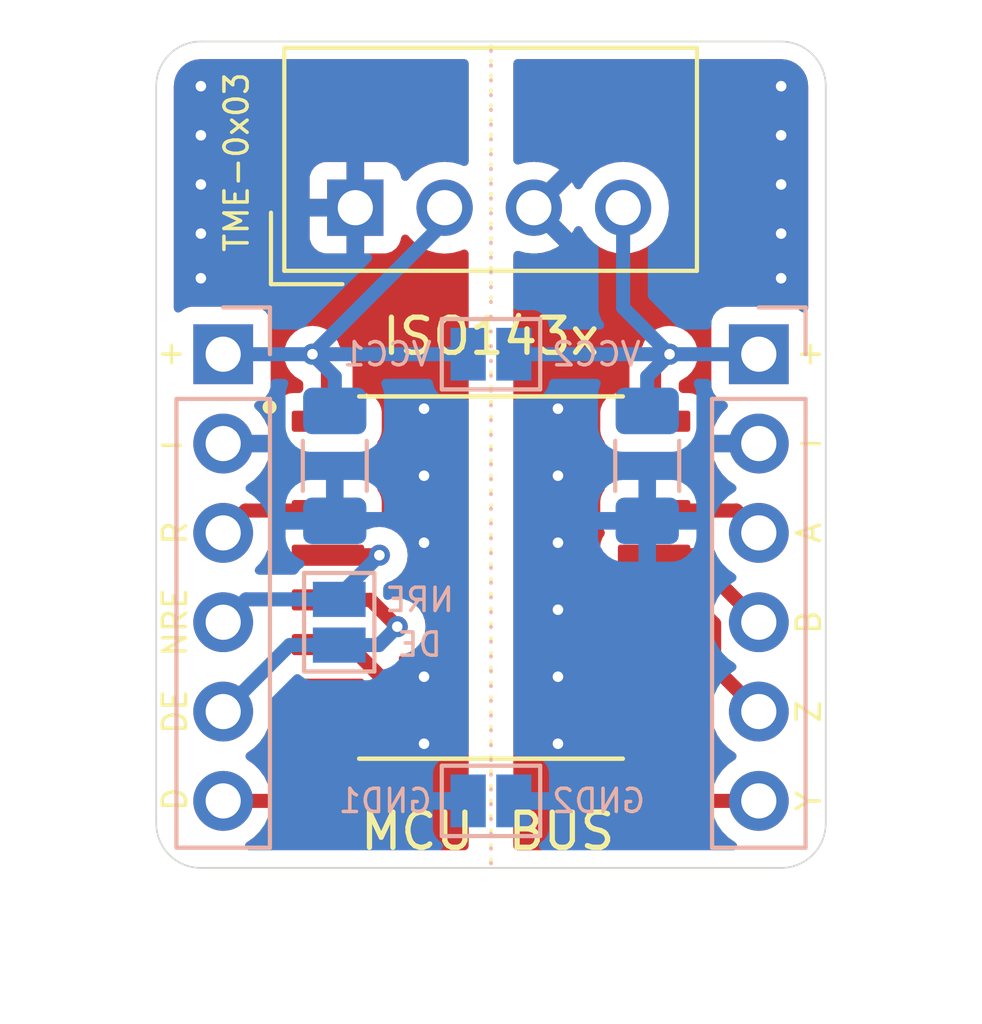
<source format=kicad_pcb>
(kicad_pcb (version 20240108) (generator "pcbnew") (generator_version "8.0")
  (layers (0 "F.Cu" signal) (31 "B.Cu" signal) (34 "B.Paste" user) (35 "F.Paste" user) (36 "B.SilkS" user "B.Silkscreen") (37 "F.SilkS" user "F.Silkscreen") (38 "B.Mask" user) (39 "F.Mask" user) (44 "Edge.Cuts" user))
  (net 0 "")
  (net 1 "VCC2")
  (net 2 "GND2")
  (net 3 "VCC")
  (net 4 "GND1")
  (net 5 "DE")
  (net 6 "A")
  (net 7 "B")
  (net 8 "D")
  (net 9 "Y")
  (net 10 "Z")
  (net 11 "NRE")
  (net 12 "R")
  (footprint "ISO1432:SOIC127P1030X265-16N" (layer "F.Cu") (at 83.82 57.15)
    (property "Reference" "U1" (hide yes))
    (property "Value" "ISO1432BDW")
    (fp_line (start -3.75 -5.15) (end 3.75 -5.15) (stroke (width 0.127)) (layer "F.SilkS"))
    (fp_line (start -3.75 5.15) (end 3.75 5.15) (stroke (width 0.127)) (layer "F.SilkS"))
    (fp_circle (center -6.3 -4.845) (end -6.2 -4.845) (stroke (width 0.2)) (fill none) (layer "F.SilkS"))
    (pad "1" smd roundrect (at -4.64 -4.445) (size 2.06 0.6) (layers "F.Cu" "F.Paste" "F.Mask") (roundrect_rratio 0.125) (net 3 "VCC"))
    (pad "2" smd roundrect (at -4.64 -3.175) (size 2.06 0.6) (layers "F.Cu" "F.Paste" "F.Mask") (roundrect_rratio 0.125) (net 4 "GND1"))
    (pad "3" smd roundrect (at -4.64 -1.905) (size 2.06 0.6) (layers "F.Cu" "F.Paste" "F.Mask") (roundrect_rratio 0.125) (net 12 "R"))
    (pad "4" smd roundrect (at -4.64 -0.635) (size 2.06 0.6) (layers "F.Cu" "F.Paste" "F.Mask") (roundrect_rratio 0.125) (net 11 "NRE"))
    (pad "5" smd roundrect (at -4.64 0.635) (size 2.06 0.6) (layers "F.Cu" "F.Paste" "F.Mask") (roundrect_rratio 0.125) (net 5 "DE"))
    (pad "6" smd roundrect (at -4.64 1.905) (size 2.06 0.6) (layers "F.Cu" "F.Paste" "F.Mask") (roundrect_rratio 0.125) (net 8 "D"))
    (pad "7" smd roundrect (at -4.64 3.175) (size 2.06 0.6) (layers "F.Cu" "F.Paste" "F.Mask") (roundrect_rratio 0.125))
    (pad "8" smd roundrect (at -4.64 4.445) (size 2.06 0.6) (layers "F.Cu" "F.Paste" "F.Mask") (roundrect_rratio 0.125) (net 4 "GND1"))
    (pad "9" smd roundrect (at 4.64 4.445) (size 2.06 0.6) (layers "F.Cu" "F.Paste" "F.Mask") (roundrect_rratio 0.125) (net 2 "GND2"))
    (pad "10" smd roundrect (at 4.64 3.175) (size 2.06 0.6) (layers "F.Cu" "F.Paste" "F.Mask") (roundrect_rratio 0.125))
    (pad "11" smd roundrect (at 4.64 1.905) (size 2.06 0.6) (layers "F.Cu" "F.Paste" "F.Mask") (roundrect_rratio 0.125) (net 9 "Y"))
    (pad "12" smd roundrect (at 4.64 0.635) (size 2.06 0.6) (layers "F.Cu" "F.Paste" "F.Mask") (roundrect_rratio 0.125) (net 10 "Z"))
    (pad "13" smd roundrect (at 4.64 -0.635) (size 2.06 0.6) (layers "F.Cu" "F.Paste" "F.Mask") (roundrect_rratio 0.125) (net 7 "B"))
    (pad "14" smd roundrect (at 4.64 -1.905) (size 2.06 0.6) (layers "F.Cu" "F.Paste" "F.Mask") (roundrect_rratio 0.125) (net 6 "A"))
    (pad "15" smd roundrect (at 4.64 -3.175) (size 2.06 0.6) (layers "F.Cu" "F.Paste" "F.Mask") (roundrect_rratio 0.125) (net 2 "GND2"))
    (pad "16" smd roundrect (at 4.64 -4.445) (size 2.06 0.6) (layers "F.Cu" "F.Paste" "F.Mask") (roundrect_rratio 0.125) (net 1 "VCC2"))
  )
  (footprint "Converter_DCDC:Converter_DCDC_TRACO_TME_03xxS_05xxS_12xxS_Single_THT" (layer "F.Cu") (at 79.9592 46.6344 90)
    (property "Reference" "U2" (hide yes))
    (property "Value" "TME-0305S")
    (fp_line (start -2.175 -2.4) (end -0.141667 -2.4) (stroke (width 0.12)) (layer "F.SilkS"))
    (fp_line (start 4.545 -2.02) (end 4.545 9.72) (stroke (width 0.12)) (layer "F.SilkS"))
    (fp_line (start -1.795 -2.02) (end 4.545 -2.02) (stroke (width 0.12)) (layer "F.SilkS"))
    (fp_line (start -1.795 -2.02) (end -1.795 9.72) (stroke (width 0.12)) (layer "F.SilkS"))
    (fp_line (start -2.175 -0.366667) (end -2.175 -2.4) (stroke (width 0.12)) (layer "F.SilkS"))
    (fp_line (start -1.795 9.72) (end 4.545 9.72) (stroke (width 0.12)) (layer "F.SilkS"))
    (pad "1" thru_hole rect (at 0 0 90) (size 1.6 1.6) (drill 1) (layers "*.Cu" "*.Mask") (net 4 "GND1"))
    (pad "2" thru_hole circle (at 0 2.54 90) (size 1.6 1.6) (drill 1) (layers "*.Cu" "*.Mask") (net 3 "VCC"))
    (pad "3" thru_hole circle (at 0 5.08 90) (size 1.6 1.6) (drill 1) (layers "*.Cu" "*.Mask") (net 2 "GND2"))
    (pad "4" thru_hole circle (at 0 7.62 90) (size 1.6 1.6) (drill 1) (layers "*.Cu" "*.Mask") (net 1 "VCC2"))
  )
  (footprint "Jumper:SolderJumper-2_P1.3mm_Open_Pad1.0x1.5mm" (layer "B.Cu") (at 79.502 58.42 -90)
    (property "Reference" "JP1" (hide yes))
    (property "Value" "Jumper_2_Open")
    (fp_line (start -1.4 1) (end -1.4 -1) (stroke (width 0.12)) (layer "B.SilkS"))
    (fp_line (start 1.4 1) (end -1.4 1) (stroke (width 0.12)) (layer "B.SilkS"))
    (fp_line (start -1.4 -1) (end 1.4 -1) (stroke (width 0.12)) (layer "B.SilkS"))
    (fp_line (start 1.4 -1) (end 1.4 1) (stroke (width 0.12)) (layer "B.SilkS"))
    (pad "1" smd rect (at -0.65 0 270) (size 1 1.5) (layers "B.Cu" "B.Mask") (net 11 "NRE"))
    (pad "2" smd rect (at 0.65 0 270) (size 1 1.5) (layers "B.Cu" "B.Mask") (net 5 "DE"))
  )
  (footprint "Capacitor_SMD:C_1206_3216Metric_Pad1.33x1.80mm_HandSolder" (layer "B.Cu") (at 79.375 53.975 -90)
    (property "Reference" "C2" (hide yes))
    (property "Value" "0.1uF")
    (fp_line (start 0.711252 0.91) (end -0.711252 0.91) (stroke (width 0.12)) (layer "B.SilkS"))
    (fp_line (start 0.711252 -0.91) (end -0.711252 -0.91) (stroke (width 0.12)) (layer "B.SilkS"))
    (pad "1" smd roundrect (at -1.5625 0 270) (size 1.325 1.8) (layers "B.Cu" "B.Paste" "B.Mask") (roundrect_rratio 0.188679) (net 3 "VCC"))
    (pad "2" smd roundrect (at 1.5625 0 270) (size 1.325 1.8) (layers "B.Cu" "B.Paste" "B.Mask") (roundrect_rratio 0.188679) (net 4 "GND1"))
  )
  (footprint "Jumper:SolderJumper-2_P1.3mm_Open_Pad1.0x1.5mm" (layer "B.Cu") (at 83.82 50.8)
    (property "Reference" "JP2" (hide yes))
    (property "Value" "Jumper_2_Open")
    (fp_line (start -1.4 -1) (end 1.4 -1) (stroke (width 0.12)) (layer "B.SilkS"))
    (fp_line (start -1.4 1) (end -1.4 -1) (stroke (width 0.12)) (layer "B.SilkS"))
    (fp_line (start 1.4 -1) (end 1.4 1) (stroke (width 0.12)) (layer "B.SilkS"))
    (fp_line (start 1.4 1) (end -1.4 1) (stroke (width 0.12)) (layer "B.SilkS"))
    (pad "1" smd rect (at -0.65 0) (size 1 1.5) (layers "B.Cu" "B.Mask") (net 3 "VCC"))
    (pad "2" smd rect (at 0.65 0) (size 1 1.5) (layers "B.Cu" "B.Mask") (net 1 "VCC2"))
  )
  (footprint "Connector_PinHeader_2.54mm:PinHeader_1x06_P2.54mm_Vertical" (layer "B.Cu") (at 76.2 50.8 180)
    (property "Reference" "J1" (hide yes))
    (property "Value" "Conn_01x06")
    (fp_line (start 1.33 -1.27) (end -1.33 -1.27) (stroke (width 0.12)) (layer "B.SilkS"))
    (fp_line (start 1.33 -14.03) (end 1.33 -1.27) (stroke (width 0.12)) (layer "B.SilkS"))
    (fp_line (start 1.33 -14.03) (end -1.33 -14.03) (stroke (width 0.12)) (layer "B.SilkS"))
    (fp_line (start 0 1.33) (end -1.33 1.33) (stroke (width 0.12)) (layer "B.SilkS"))
    (fp_line (start -1.33 1.33) (end -1.33 0) (stroke (width 0.12)) (layer "B.SilkS"))
    (fp_line (start -1.33 -14.03) (end -1.33 -1.27) (stroke (width 0.12)) (layer "B.SilkS"))
    (pad "1" thru_hole rect (at 0 0 180) (size 1.7 1.7) (drill 1) (layers "*.Cu" "*.Mask") (net 3 "VCC"))
    (pad "2" thru_hole oval (at 0 -2.54 180) (size 1.7 1.7) (drill 1) (layers "*.Cu" "*.Mask") (net 4 "GND1"))
    (pad "3" thru_hole oval (at 0 -5.08 180) (size 1.7 1.7) (drill 1) (layers "*.Cu" "*.Mask") (net 12 "R"))
    (pad "4" thru_hole oval (at 0 -7.62 180) (size 1.7 1.7) (drill 1) (layers "*.Cu" "*.Mask") (net 11 "NRE"))
    (pad "5" thru_hole oval (at 0 -10.16 180) (size 1.7 1.7) (drill 1) (layers "*.Cu" "*.Mask") (net 5 "DE"))
    (pad "6" thru_hole oval (at 0 -12.7 180) (size 1.7 1.7) (drill 1) (layers "*.Cu" "*.Mask") (net 8 "D"))
  )
  (footprint "Capacitor_SMD:C_1206_3216Metric_Pad1.33x1.80mm_HandSolder" (layer "B.Cu") (at 88.265 53.975 -90)
    (property "Reference" "C1" (hide yes))
    (property "Value" "0.1uF")
    (fp_line (start 0.711252 0.91) (end -0.711252 0.91) (stroke (width 0.12)) (layer "B.SilkS"))
    (fp_line (start 0.711252 -0.91) (end -0.711252 -0.91) (stroke (width 0.12)) (layer "B.SilkS"))
    (pad "1" smd roundrect (at -1.5625 0 270) (size 1.325 1.8) (layers "B.Cu" "B.Paste" "B.Mask") (roundrect_rratio 0.188679) (net 1 "VCC2"))
    (pad "2" smd roundrect (at 1.5625 0 270) (size 1.325 1.8) (layers "B.Cu" "B.Paste" "B.Mask") (roundrect_rratio 0.188679) (net 2 "GND2"))
  )
  (footprint "Connector_PinHeader_2.54mm:PinHeader_1x06_P2.54mm_Vertical" (layer "B.Cu") (at 91.44 50.8 180)
    (property "Reference" "J2" (hide yes))
    (property "Value" "Conn_01x06")
    (fp_line (start 1.33 -1.27) (end -1.33 -1.27) (stroke (width 0.12)) (layer "B.SilkS"))
    (fp_line (start 1.33 -14.03) (end 1.33 -1.27) (stroke (width 0.12)) (layer "B.SilkS"))
    (fp_line (start 1.33 -14.03) (end -1.33 -14.03) (stroke (width 0.12)) (layer "B.SilkS"))
    (fp_line (start 0 1.33) (end -1.33 1.33) (stroke (width 0.12)) (layer "B.SilkS"))
    (fp_line (start -1.33 1.33) (end -1.33 0) (stroke (width 0.12)) (layer "B.SilkS"))
    (fp_line (start -1.33 -14.03) (end -1.33 -1.27) (stroke (width 0.12)) (layer "B.SilkS"))
    (pad "1" thru_hole rect (at 0 0 180) (size 1.7 1.7) (drill 1) (layers "*.Cu" "*.Mask") (net 1 "VCC2"))
    (pad "2" thru_hole oval (at 0 -2.54 180) (size 1.7 1.7) (drill 1) (layers "*.Cu" "*.Mask") (net 2 "GND2"))
    (pad "3" thru_hole oval (at 0 -5.08 180) (size 1.7 1.7) (drill 1) (layers "*.Cu" "*.Mask") (net 6 "A"))
    (pad "4" thru_hole oval (at 0 -7.62 180) (size 1.7 1.7) (drill 1) (layers "*.Cu" "*.Mask") (net 7 "B"))
    (pad "5" thru_hole oval (at 0 -10.16 180) (size 1.7 1.7) (drill 1) (layers "*.Cu" "*.Mask") (net 10 "Z"))
    (pad "6" thru_hole oval (at 0 -12.7 180) (size 1.7 1.7) (drill 1) (layers "*.Cu" "*.Mask") (net 9 "Y"))
  )
  (footprint "Jumper:SolderJumper-2_P1.3mm_Open_Pad1.0x1.5mm" (layer "B.Cu") (at 83.82 63.5)
    (property "Reference" "JP3" (hide yes))
    (property "Value" "Jumper_2_Open")
    (fp_line (start -1.4 -1) (end 1.4 -1) (stroke (width 0.12)) (layer "B.SilkS"))
    (fp_line (start -1.4 1) (end -1.4 -1) (stroke (width 0.12)) (layer "B.SilkS"))
    (fp_line (start 1.4 -1) (end 1.4 1) (stroke (width 0.12)) (layer "B.SilkS"))
    (fp_line (start 1.4 1) (end -1.4 1) (stroke (width 0.12)) (layer "B.SilkS"))
    (pad "1" smd rect (at -0.65 0) (size 1 1.5) (layers "B.Cu" "B.Mask") (net 4 "GND1"))
    (pad "2" smd rect (at 0.65 0) (size 1 1.5) (layers "B.Cu" "B.Mask") (net 2 "GND2"))
  )
  (gr_line (start 83.82 42.164) (end 83.82 65.3796) (stroke (width 0.1) (type dot)) (layer "B.SilkS"))
  (gr_line (start 83.82 42.037) (end 83.82 49.403) (stroke (width 0.1) (type dot)) (layer "F.SilkS"))
  (gr_line (start 83.82 51.308) (end 83.82 65.278) (stroke (width 0.1) (type dot)) (layer "F.SilkS"))
  (gr_arc (start 74.295 43.18) (mid 74.666974 42.281974) (end 75.565 41.91) (stroke (width 0.05)) (layer "Edge.Cuts"))
  (gr_arc (start 93.345 64.135) (mid 92.973026 65.033026) (end 92.075 65.405) (stroke (width 0.05)) (layer "Edge.Cuts"))
  (gr_arc (start 92.075 41.91) (mid 92.973026 42.281974) (end 93.345 43.18) (stroke (width 0.05)) (layer "Edge.Cuts"))
  (gr_line (start 92.075 65.405) (end 75.565 65.405) (stroke (width 0.05)) (layer "Edge.Cuts"))
  (gr_line (start 93.345 43.18) (end 93.345 64.135) (stroke (width 0.05)) (layer "Edge.Cuts"))
  (gr_arc (start 75.565 65.405) (mid 74.666974 65.033026) (end 74.295 64.135) (stroke (width 0.05)) (layer "Edge.Cuts"))
  (gr_line (start 74.295 64.135) (end 74.295 43.18) (stroke (width 0.05)) (layer "Edge.Cuts"))
  (gr_line (start 75.565 41.91) (end 92.075 41.91) (stroke (width 0.05)) (layer "Edge.Cuts"))
  (gr_text "DE" (at 81.788 59.055 0) (layer "B.SilkS") (effects (font (size 0.66 0.66) (thickness 0.1)) (justify mirror)))
  (gr_text "GND2" (at 85.4964 63.5 0) (layer "B.SilkS") (effects (font (size 0.66 0.66) (thickness 0.1)) (justify right mirror)))
  (gr_text "VCC1" (at 82.1944 50.8 0) (layer "B.SilkS") (effects (font (size 0.66 0.66) (thickness 0.1)) (justify left mirror)))
  (gr_text "GND1" (at 82.1944 63.5 0) (layer "B.SilkS") (effects (font (size 0.66 0.66) (thickness 0.1)) (justify left mirror)))
  (gr_text "VCC2" (at 85.4964 50.8 0) (layer "B.SilkS") (effects (font (size 0.66 0.66) (thickness 0.1)) (justify right mirror)))
  (gr_text "NRE" (at 81.788 57.785 0) (layer "B.SilkS") (effects (font (size 0.66 0.66) (thickness 0.1)) (justify mirror)))
  (gr_text "ISO143x" (at 83.82 50.292 0) (layer "F.SilkS") (effects (font (size 1 1))))
  (gr_text "NRE" (at 74.8284 58.42 90) (layer "F.SilkS") (effects (font (size 0.66 0.66) (thickness 0.1))))
  (gr_text "Z" (at 92.8624 60.96 90) (layer "F.SilkS") (effects (font (size 0.66 0.66) (thickness 0.1))))
  (gr_text "A" (at 92.8624 55.88 90) (layer "F.SilkS") (effects (font (size 0.66 0.66) (thickness 0.1))))
  (gr_text "DE" (at 74.8284 60.96 90) (layer "F.SilkS") (effects (font (size 0.66 0.66) (thickness 0.1))))
  (gr_text "Y" (at 92.8624 63.5 90) (layer "F.SilkS") (effects (font (size 0.66 0.66) (thickness 0.1))))
  (gr_text "BUS" (at 84.2264 64.3636 0) (layer "F.SilkS") (effects (font (size 1 1)) (justify left)))
  (gr_text "TME-0x03" (at 76.581 45.339 90) (layer "F.SilkS") (effects (font (size 0.66 0.66) (thickness 0.1))))
  (gr_text "R" (at 74.8284 55.88 90) (layer "F.SilkS") (effects (font (size 0.66 0.66) (thickness 0.1))))
  (gr_text "+" (at 74.7268 50.7492 0) (layer "F.SilkS") (effects (font (size 0.66 0.66) (thickness 0.1))))
  (gr_text "-" (at 92.9132 53.3908 180) (layer "F.SilkS") (effects (font (size 0.66 0.66) (thickness 0.1))))
  (gr_text "+" (at 92.8624 50.8 90) (layer "F.SilkS") (effects (font (size 0.66 0.66) (thickness 0.1))))
  (gr_text "B" (at 92.8624 58.42 90) (layer "F.SilkS") (effects (font (size 0.66 0.66) (thickness 0.1))))
  (gr_text "D" (at 74.8284 63.4492 90) (layer "F.SilkS") (effects (font (size 0.66 0.66) (thickness 0.1))))
  (gr_text "MCU" (at 83.4136 64.3636 0) (layer "F.SilkS") (effects (font (size 1 1)) (justify right)))
  (gr_text "-" (at 74.7268 53.34 0) (layer "F.SilkS") (effects (font (size 0.66 0.66) (thickness 0.1))))
  (segment (start 88.9 50.8) (end 88.46 51.24) (width 0.4) (layer "F.Cu") (net 1))
  (segment (start 88.46 51.24) (end 88.46 52.705) (width 0.4) (layer "F.Cu") (net 1))
  (via (at 88.9 50.8) (size 0.6) (drill 0.3) (layers "F.Cu" "B.Cu") (net 1))
  (segment (start 87.5792 49.4792) (end 87.5792 46.6344) (width 0.4) (layer "B.Cu") (net 1))
  (segment (start 84.47 50.8) (end 88.9 50.8) (width 0.4) (layer "B.Cu") (net 1))
  (segment (start 88.265 51.435) (end 88.9 50.8) (width 0.4) (layer "B.Cu") (net 1))
  (segment (start 88.265 52.324) (end 88.265 51.435) (width 0.4) (layer "B.Cu") (net 1))
  (segment (start 88.9 50.8) (end 91.44 50.8) (width 0.4) (layer "B.Cu") (net 1))
  (segment (start 88.9 50.8) (end 87.5792 49.4792) (width 0.4) (layer "B.Cu") (net 1))
  (via (at 85.725 61.8744) (size 0.7) (drill 0.3) (layers "F.Cu" "B.Cu") (net 2))
  (via (at 92.075 44.577) (size 0.7) (drill 0.3) (layers "F.Cu" "B.Cu") (net 2))
  (via (at 85.725 59.9694) (size 0.7) (drill 0.3) (layers "F.Cu" "B.Cu") (net 2))
  (via (at 92.075 48.641) (size 0.7) (drill 0.3) (layers "F.Cu" "B.Cu") (net 2))
  (via (at 85.725 58.0644) (size 0.7) (drill 0.3) (layers "F.Cu" "B.Cu") (net 2))
  (via (at 85.725 56.1594) (size 0.7) (drill 0.3) (layers "F.Cu" "B.Cu") (net 2))
  (via (at 92.075 45.974) (size 0.7) (drill 0.3) (layers "F.Cu" "B.Cu") (net 2))
  (via (at 92.075 47.371) (size 0.7) (drill 0.3) (layers "F.Cu" "B.Cu") (net 2))
  (via (at 85.725 54.2544) (size 0.7) (drill 0.3) (layers "F.Cu" "B.Cu") (net 2))
  (via (at 85.725 52.3494) (size 0.7) (drill 0.3) (layers "F.Cu" "B.Cu") (net 2))
  (via (at 92.075 43.18) (size 0.7) (drill 0.3) (layers "F.Cu" "B.Cu") (net 2))
  (segment (start 79.18 51.24) (end 79.18 52.705) (width 0.4) (layer "F.Cu") (net 3))
  (segment (start 78.74 50.8) (end 79.18 51.24) (width 0.4) (layer "F.Cu") (net 3))
  (via (at 78.74 50.8) (size 0.6) (drill 0.3) (layers "F.Cu" "B.Cu") (net 3))
  (segment (start 82.4992 47.0408) (end 82.4992 46.6344) (width 0.4) (layer "B.Cu") (net 3))
  (segment (start 78.74 50.8) (end 82.4992 47.0408) (width 0.4) (layer "B.Cu") (net 3))
  (segment (start 83.17 50.8) (end 78.74 50.8) (width 0.4) (layer "B.Cu") (net 3))
  (segment (start 79.375 52.324) (end 79.375 51.435) (width 0.4) (layer "B.Cu") (net 3))
  (segment (start 78.74 50.8) (end 76.2 50.8) (width 0.4) (layer "B.Cu") (net 3))
  (segment (start 79.375 51.435) (end 78.74 50.8) (width 0.4) (layer "B.Cu") (net 3))
  (via (at 81.915 59.9694) (size 0.7) (drill 0.3) (layers "F.Cu" "B.Cu") (net 4))
  (via (at 81.915 54.2544) (size 0.7) (drill 0.3) (layers "F.Cu" "B.Cu") (net 4))
  (via (at 81.915 52.3494) (size 0.7) (drill 0.3) (layers "F.Cu" "B.Cu") (net 4))
  (via (at 81.915 56.1594) (size 0.7) (drill 0.3) (layers "F.Cu" "B.Cu") (net 4))
  (via (at 75.565 47.371) (size 0.7) (drill 0.3) (layers "F.Cu" "B.Cu") (net 4))
  (via (at 75.565 44.577) (size 0.7) (drill 0.3) (layers "F.Cu" "B.Cu") (net 4))
  (via (at 75.565 45.974) (size 0.7) (drill 0.3) (layers "F.Cu" "B.Cu") (net 4))
  (via (at 75.565 48.641) (size 0.7) (drill 0.3) (layers "F.Cu" "B.Cu") (net 4))
  (via (at 81.915 61.8744) (size 0.7) (drill 0.3) (layers "F.Cu" "B.Cu") (net 4))
  (via (at 75.565 43.18) (size 0.7) (drill 0.3) (layers "F.Cu" "B.Cu") (net 4))
  (segment (start 80.391 57.785) (end 79.18 57.785) (width 0.4) (layer "F.Cu") (net 5))
  (segment (start 81.153 58.547) (end 80.391 57.785) (width 0.4) (layer "F.Cu") (net 5))
  (via (at 81.153 58.547) (size 0.6) (drill 0.3) (layers "F.Cu" "B.Cu") (net 5))
  (segment (start 81.153 58.547) (end 80.63 59.07) (width 0.4) (layer "B.Cu") (net 5))
  (segment (start 76.2 60.96) (end 78.09 59.07) (width 0.4) (layer "B.Cu") (net 5))
  (segment (start 78.09 59.07) (end 79.502 59.07) (width 0.4) (layer "B.Cu") (net 5))
  (segment (start 80.63 59.07) (end 79.502 59.07) (width 0.4) (layer "B.Cu") (net 5))
  (segment (start 90.805 55.245) (end 91.44 55.88) (width 0.4) (layer "F.Cu") (net 6))
  (segment (start 88.46 55.245) (end 90.805 55.245) (width 0.4) (layer "F.Cu") (net 6))
  (segment (start 89.535 56.515) (end 91.44 58.42) (width 0.4) (layer "F.Cu") (net 7))
  (segment (start 88.46 56.515) (end 89.535 56.515) (width 0.4) (layer "F.Cu") (net 7))
  (segment (start 79.12883 63.5) (end 80.645 61.98383) (width 0.4) (layer "F.Cu") (net 8))
  (segment (start 80.645 59.93617) (end 79.76383 59.055) (width 0.4) (layer "F.Cu") (net 8))
  (segment (start 80.645 61.98383) (end 80.645 59.93617) (width 0.4) (layer "F.Cu") (net 8))
  (segment (start 76.2 63.5) (end 79.12883 63.5) (width 0.4) (layer "F.Cu") (net 8))
  (segment (start 79.76383 59.055) (end 79.18 59.055) (width 0.4) (layer "F.Cu") (net 8))
  (segment (start 88.46 59.055) (end 87.430001 59.055) (width 0.4) (layer "F.Cu") (net 9))
  (segment (start 88.51117 63.5) (end 91.44 63.5) (width 0.4) (layer "F.Cu") (net 9))
  (segment (start 87.430001 59.055) (end 86.995 59.490001) (width 0.4) (layer "F.Cu") (net 9))
  (segment (start 86.995 61.98383) (end 88.51117 63.5) (width 0.4) (layer "F.Cu") (net 9))
  (segment (start 86.995 59.490001) (end 86.995 61.98383) (width 0.4) (layer "F.Cu") (net 9))
  (segment (start 89.489999 57.785) (end 90.17 58.465001) (width 0.4) (layer "F.Cu") (net 10))
  (segment (start 90.17 59.69) (end 91.44 60.96) (width 0.4) (layer "F.Cu") (net 10))
  (segment (start 90.17 58.465001) (end 90.17 59.69) (width 0.4) (layer "F.Cu") (net 10))
  (segment (start 88.46 57.785) (end 89.489999 57.785) (width 0.4) (layer "F.Cu") (net 10))
  (segment (start 80.645 56.515) (end 79.18 56.515) (width 0.4) (layer "F.Cu") (net 11))
  (via (at 80.645 56.515) (size 0.6) (drill 0.3) (layers "F.Cu" "B.Cu") (net 11))
  (segment (start 79.502 57.77) (end 79.502 57.658) (width 0.4) (layer "B.Cu") (net 11))
  (segment (start 79.502 57.658) (end 80.645 56.515) (width 0.4) (layer "B.Cu") (net 11))
  (segment (start 76.2 58.42) (end 76.85 57.77) (width 0.4) (layer "B.Cu") (net 11))
  (segment (start 76.85 57.77) (end 79.502 57.77) (width 0.4) (layer "B.Cu") (net 11))
  (segment (start 79.2226 57.785) (end 79.1972 57.8104) (width 0.4) (layer "B.Cu") (net 11))
  (segment (start 79.18 55.245) (end 76.835 55.245) (width 0.4) (layer "F.Cu") (net 12))
  (segment (start 76.835 55.245) (end 76.2 55.88) (width 0.4) (layer "F.Cu") (net 12))
  (zone (net 2) (net_name "GND2") (layers "F&B.Cu") (connect_pads (clearance 0.5)) (min_thickness 0.25) (fill yes (thermal_gap 0.5) (thermal_bridge_width 0.5))
    (polygon (pts (xy 84.455 69.85) (xy 84.455 41.91) (xy 97.79 41.91) (xy 97.79 69.85)))
  )
  (zone (net 4) (net_name "GND1") (layers "F&B.Cu") (connect_pads (clearance 0.5)) (min_thickness 0.25) (fill yes (thermal_gap 0.5) (thermal_bridge_width 0.5))
    (polygon (pts (xy 69.85 69.85) (xy 69.85 41.91) (xy 83.185 41.91) (xy 83.185 69.85)))
  )
)
</source>
